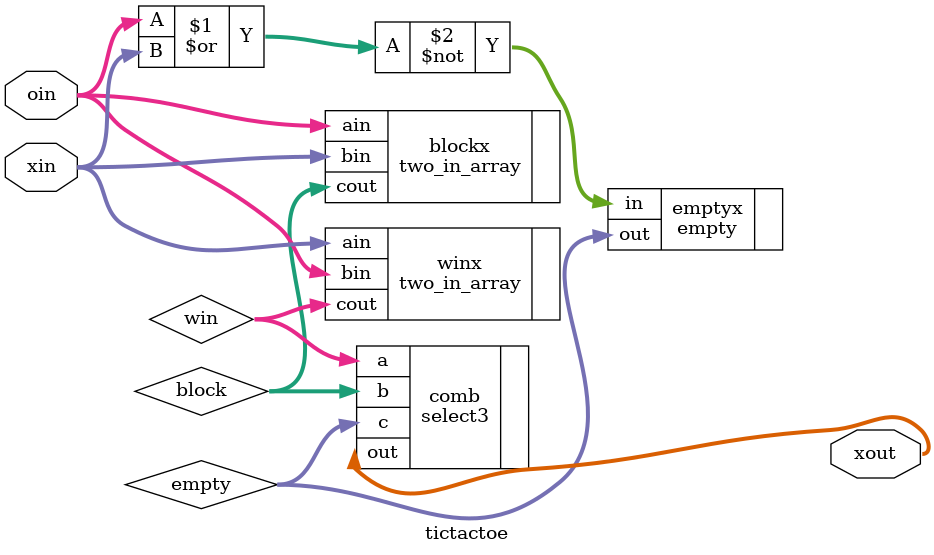
<source format=v>
/*******************************************************************************
Copyright (c) 2012, Stanford University
All rights reserved.

Redistribution and use in source and binary forms, with or without
modification, are permitted provided that the following conditions are met:
1. Redistributions of source code must retain the above copyright
   notice, this list of conditions and the following disclaimer.
2. Redistributions in binary form must reproduce the above copyright
   notice, this list of conditions and the following disclaimer in the
   documentation and/or other materials provided with the distribution.
3. All advertising materials mentioning features or use of this software
   must display the following acknowledgement:
   This product includes software developed at Stanford University.
4. Neither the name of Stanford Univerity nor the
   names of its contributors may be used to endorse or promote products
   derived from this software without specific prior written permission.

THIS SOFTWARE IS PROVIDED BY STANFORD UNIVERSITY ''AS IS'' AND ANY
EXPRESS OR IMPLIED WARRANTIES, INCLUDING, BUT NOT LIMITED TO, THE IMPLIED
WARRANTIES OF MERCHANTABILITY AND FITNESS FOR A PARTICULAR PURPOSE ARE
DISCLAIMED. IN NO EVENT SHALL STANFORD UNIVERSITY BE LIABLE FOR ANY
DIRECT, INDIRECT, INCIDENTAL, SPECIAL, EXEMPLARY, OR CONSEQUENTIAL DAMAGES
(INCLUDING, BUT NOT LIMITED TO, PROCUREMENT OF SUBSTITUTE GOODS OR SERVICES;
LOSS OF USE, DATA, OR PROFITS; OR BUSINESS INTERRUPTION) HOWEVER CAUSED AND
ON ANY THEORY OF LIABILITY, WHETHER IN CONTRACT, STRICT LIABILITY, OR TORT
(INCLUDING NEGLIGENCE OR OTHERWISE) ARISING IN ANY WAY OUT OF THE USE OF THIS
SOFTWARE, EVEN IF ADVISED OF THE POSSIBILITY OF SUCH DAMAGE.
*******************************************************************************/
//-----------------------------------------------------------------------------
// Tic-tac-toe
//-----------------------------------------------------------------------------
// TicTacToe
// Generates a move for X in the game of tic-tac-toe
// Inputs:
//   xin, oin - (9-bit) current positions of X and O.
// Out:
//   xout - (9-bit) one hot position of next X.
//
// Inputs and outputs use a board mapping of:
//
//   0 | 1 | 2 
//  ---+---+---
//   3 | 4 | 5 
//  ---+---+---
//   6 | 7 | 8 
//
// The top-level circuit instantiates strategy modules that each generate
// a move according to their strategy and a selector module that selects
// the highest-priority strategy module with a move.
//
// The win strategy module picks a space that will win the game if any exists.
//
// The block strategy module picks a space that will block the opponent
// from winning.
//
// The empty strategy module picks the first open space - using a particular
// ordering of the board.
//-----------------------------------------------------------------------------
module tictactoe(
    input [8:0] xin,
    input [8:0] oin,
    output wire [8:0] xout
);
    wire [8:0] win, block, empty;

    // List of strategy modules

    // Win if we can
    two_in_array winx(
        .ain(xin),
        .bin(oin),
        .cout(win)
    );
    // Try to block o from winning
    two_in_array blockx(
        .ain(oin),
        .bin(xin),
        .cout(block)
    );       

    //------------------------------------------------------------------------
    // TO DO:
    // Add a module implementing the strategy as described in
    // Problem 9.5 (c) of notes here.
    //
    // play_adjacent_edge adjacentx(
    //     .ain(xin),
    //     .bin(oin),
    //     .cout(adjacent)
    // );

    // Otherwise pick empty space
    empty emptyx(
        .in(~(oin | xin)),
        .out(empty)
    );   

    //------------------------------------------------------------------------
    // TO DO:
    // Change this priority encoder into a select4

    // Pick highest priority
    select3 comb(
        .a(win),
        .b(block),
        .c(empty),
        .out(xout)
    );

endmodule


</source>
